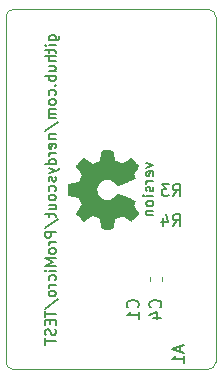
<source format=gbr>
%TF.GenerationSoftware,KiCad,Pcbnew,5.1.5+dfsg1-2~bpo10+1*%
%TF.CreationDate,Date%
%TF.ProjectId,ProMicro_TEST,50726f4d-6963-4726-9f5f-544553542e6b,v1.0*%
%TF.SameCoordinates,Original*%
%TF.FileFunction,Legend,Bot*%
%TF.FilePolarity,Positive*%
%FSLAX45Y45*%
G04 Gerber Fmt 4.5, Leading zero omitted, Abs format (unit mm)*
G04 Created by KiCad*
%MOMM*%
%LPD*%
G04 APERTURE LIST*
%ADD10C,0.100000*%
%ADD11C,0.200000*%
%ADD12C,0.010000*%
%ADD13C,0.120000*%
%ADD14C,0.150000*%
%ADD15O,1.600000X1.600000*%
%ADD16R,1.600000X1.600000*%
G04 APERTURE END LIST*
D10*
X127000Y2857500D02*
X127000Y-63500D01*
X-1651000Y-63500D02*
X-1651000Y2857500D01*
D11*
X-463786Y1624143D02*
X-403786Y1602714D01*
X-463786Y1581286D01*
X-408071Y1512714D02*
X-403786Y1521286D01*
X-403786Y1538429D01*
X-408071Y1547000D01*
X-416643Y1551286D01*
X-450929Y1551286D01*
X-459500Y1547000D01*
X-463786Y1538429D01*
X-463786Y1521286D01*
X-459500Y1512714D01*
X-450929Y1508429D01*
X-442357Y1508429D01*
X-433786Y1551286D01*
X-403786Y1469857D02*
X-463786Y1469857D01*
X-446643Y1469857D02*
X-455214Y1465571D01*
X-459500Y1461286D01*
X-463786Y1452714D01*
X-463786Y1444143D01*
X-408071Y1418429D02*
X-403786Y1409857D01*
X-403786Y1392714D01*
X-408071Y1384143D01*
X-416643Y1379857D01*
X-420929Y1379857D01*
X-429500Y1384143D01*
X-433786Y1392714D01*
X-433786Y1405571D01*
X-438071Y1414143D01*
X-446643Y1418429D01*
X-450929Y1418429D01*
X-459500Y1414143D01*
X-463786Y1405571D01*
X-463786Y1392714D01*
X-459500Y1384143D01*
X-403786Y1341286D02*
X-463786Y1341286D01*
X-493786Y1341286D02*
X-489500Y1345572D01*
X-485214Y1341286D01*
X-489500Y1337000D01*
X-493786Y1341286D01*
X-485214Y1341286D01*
X-403786Y1285572D02*
X-408071Y1294143D01*
X-412357Y1298429D01*
X-420929Y1302714D01*
X-446643Y1302714D01*
X-455214Y1298429D01*
X-459500Y1294143D01*
X-463786Y1285572D01*
X-463786Y1272714D01*
X-459500Y1264143D01*
X-455214Y1259857D01*
X-446643Y1255572D01*
X-420929Y1255572D01*
X-412357Y1259857D01*
X-408071Y1264143D01*
X-403786Y1272714D01*
X-403786Y1285572D01*
X-463786Y1217000D02*
X-403786Y1217000D01*
X-455214Y1217000D02*
X-459500Y1212714D01*
X-463786Y1204143D01*
X-463786Y1191286D01*
X-459500Y1182714D01*
X-450929Y1178429D01*
X-403786Y1178429D01*
X-1289286Y2659143D02*
X-1216429Y2659143D01*
X-1207857Y2663429D01*
X-1203572Y2667714D01*
X-1199286Y2676286D01*
X-1199286Y2689143D01*
X-1203572Y2697714D01*
X-1233572Y2659143D02*
X-1229286Y2667714D01*
X-1229286Y2684857D01*
X-1233572Y2693429D01*
X-1237857Y2697714D01*
X-1246429Y2702000D01*
X-1272143Y2702000D01*
X-1280714Y2697714D01*
X-1285000Y2693429D01*
X-1289286Y2684857D01*
X-1289286Y2667714D01*
X-1285000Y2659143D01*
X-1229286Y2616286D02*
X-1289286Y2616286D01*
X-1319286Y2616286D02*
X-1315000Y2620572D01*
X-1310714Y2616286D01*
X-1315000Y2612000D01*
X-1319286Y2616286D01*
X-1310714Y2616286D01*
X-1289286Y2586286D02*
X-1289286Y2552000D01*
X-1319286Y2573429D02*
X-1242143Y2573429D01*
X-1233572Y2569143D01*
X-1229286Y2560572D01*
X-1229286Y2552000D01*
X-1229286Y2522000D02*
X-1319286Y2522000D01*
X-1229286Y2483429D02*
X-1276429Y2483429D01*
X-1285000Y2487714D01*
X-1289286Y2496286D01*
X-1289286Y2509143D01*
X-1285000Y2517714D01*
X-1280714Y2522000D01*
X-1289286Y2402000D02*
X-1229286Y2402000D01*
X-1289286Y2440572D02*
X-1242143Y2440572D01*
X-1233572Y2436286D01*
X-1229286Y2427714D01*
X-1229286Y2414857D01*
X-1233572Y2406286D01*
X-1237857Y2402000D01*
X-1229286Y2359143D02*
X-1319286Y2359143D01*
X-1285000Y2359143D02*
X-1289286Y2350572D01*
X-1289286Y2333429D01*
X-1285000Y2324857D01*
X-1280714Y2320572D01*
X-1272143Y2316286D01*
X-1246429Y2316286D01*
X-1237857Y2320572D01*
X-1233572Y2324857D01*
X-1229286Y2333429D01*
X-1229286Y2350572D01*
X-1233572Y2359143D01*
X-1237857Y2277714D02*
X-1233572Y2273429D01*
X-1229286Y2277714D01*
X-1233572Y2282000D01*
X-1237857Y2277714D01*
X-1229286Y2277714D01*
X-1233572Y2196286D02*
X-1229286Y2204857D01*
X-1229286Y2222000D01*
X-1233572Y2230572D01*
X-1237857Y2234857D01*
X-1246429Y2239143D01*
X-1272143Y2239143D01*
X-1280714Y2234857D01*
X-1285000Y2230572D01*
X-1289286Y2222000D01*
X-1289286Y2204857D01*
X-1285000Y2196286D01*
X-1229286Y2144857D02*
X-1233572Y2153429D01*
X-1237857Y2157714D01*
X-1246429Y2162000D01*
X-1272143Y2162000D01*
X-1280714Y2157714D01*
X-1285000Y2153429D01*
X-1289286Y2144857D01*
X-1289286Y2132000D01*
X-1285000Y2123429D01*
X-1280714Y2119143D01*
X-1272143Y2114857D01*
X-1246429Y2114857D01*
X-1237857Y2119143D01*
X-1233572Y2123429D01*
X-1229286Y2132000D01*
X-1229286Y2144857D01*
X-1229286Y2076286D02*
X-1289286Y2076286D01*
X-1280714Y2076286D02*
X-1285000Y2072000D01*
X-1289286Y2063429D01*
X-1289286Y2050571D01*
X-1285000Y2042000D01*
X-1276429Y2037714D01*
X-1229286Y2037714D01*
X-1276429Y2037714D02*
X-1285000Y2033429D01*
X-1289286Y2024857D01*
X-1289286Y2012000D01*
X-1285000Y2003429D01*
X-1276429Y1999143D01*
X-1229286Y1999143D01*
X-1323572Y1892000D02*
X-1207857Y1969143D01*
X-1289286Y1862000D02*
X-1229286Y1862000D01*
X-1280714Y1862000D02*
X-1285000Y1857714D01*
X-1289286Y1849143D01*
X-1289286Y1836286D01*
X-1285000Y1827714D01*
X-1276429Y1823429D01*
X-1229286Y1823429D01*
X-1233572Y1746286D02*
X-1229286Y1754857D01*
X-1229286Y1772000D01*
X-1233572Y1780571D01*
X-1242143Y1784857D01*
X-1276429Y1784857D01*
X-1285000Y1780571D01*
X-1289286Y1772000D01*
X-1289286Y1754857D01*
X-1285000Y1746286D01*
X-1276429Y1742000D01*
X-1267857Y1742000D01*
X-1259286Y1784857D01*
X-1229286Y1703429D02*
X-1289286Y1703429D01*
X-1272143Y1703429D02*
X-1280714Y1699143D01*
X-1285000Y1694857D01*
X-1289286Y1686286D01*
X-1289286Y1677714D01*
X-1229286Y1609143D02*
X-1319286Y1609143D01*
X-1233572Y1609143D02*
X-1229286Y1617714D01*
X-1229286Y1634857D01*
X-1233572Y1643429D01*
X-1237857Y1647714D01*
X-1246429Y1652000D01*
X-1272143Y1652000D01*
X-1280714Y1647714D01*
X-1285000Y1643429D01*
X-1289286Y1634857D01*
X-1289286Y1617714D01*
X-1285000Y1609143D01*
X-1289286Y1574857D02*
X-1229286Y1553429D01*
X-1289286Y1532000D02*
X-1229286Y1553429D01*
X-1207857Y1562000D01*
X-1203572Y1566286D01*
X-1199286Y1574857D01*
X-1233572Y1502000D02*
X-1229286Y1493429D01*
X-1229286Y1476286D01*
X-1233572Y1467714D01*
X-1242143Y1463429D01*
X-1246429Y1463429D01*
X-1255000Y1467714D01*
X-1259286Y1476286D01*
X-1259286Y1489143D01*
X-1263572Y1497714D01*
X-1272143Y1502000D01*
X-1276429Y1502000D01*
X-1285000Y1497714D01*
X-1289286Y1489143D01*
X-1289286Y1476286D01*
X-1285000Y1467714D01*
X-1233572Y1386286D02*
X-1229286Y1394857D01*
X-1229286Y1412000D01*
X-1233572Y1420571D01*
X-1237857Y1424857D01*
X-1246429Y1429143D01*
X-1272143Y1429143D01*
X-1280714Y1424857D01*
X-1285000Y1420571D01*
X-1289286Y1412000D01*
X-1289286Y1394857D01*
X-1285000Y1386286D01*
X-1229286Y1334857D02*
X-1233572Y1343429D01*
X-1237857Y1347714D01*
X-1246429Y1352000D01*
X-1272143Y1352000D01*
X-1280714Y1347714D01*
X-1285000Y1343429D01*
X-1289286Y1334857D01*
X-1289286Y1322000D01*
X-1285000Y1313429D01*
X-1280714Y1309143D01*
X-1272143Y1304857D01*
X-1246429Y1304857D01*
X-1237857Y1309143D01*
X-1233572Y1313429D01*
X-1229286Y1322000D01*
X-1229286Y1334857D01*
X-1289286Y1227714D02*
X-1229286Y1227714D01*
X-1289286Y1266286D02*
X-1242143Y1266286D01*
X-1233572Y1262000D01*
X-1229286Y1253429D01*
X-1229286Y1240572D01*
X-1233572Y1232000D01*
X-1237857Y1227714D01*
X-1289286Y1197714D02*
X-1289286Y1163429D01*
X-1319286Y1184857D02*
X-1242143Y1184857D01*
X-1233572Y1180572D01*
X-1229286Y1172000D01*
X-1229286Y1163429D01*
X-1323572Y1069143D02*
X-1207857Y1146286D01*
X-1229286Y1039143D02*
X-1319286Y1039143D01*
X-1319286Y1004857D01*
X-1315000Y996286D01*
X-1310714Y992000D01*
X-1302143Y987714D01*
X-1289286Y987714D01*
X-1280714Y992000D01*
X-1276429Y996286D01*
X-1272143Y1004857D01*
X-1272143Y1039143D01*
X-1229286Y949143D02*
X-1289286Y949143D01*
X-1272143Y949143D02*
X-1280714Y944857D01*
X-1285000Y940571D01*
X-1289286Y932000D01*
X-1289286Y923429D01*
X-1229286Y880571D02*
X-1233572Y889143D01*
X-1237857Y893429D01*
X-1246429Y897714D01*
X-1272143Y897714D01*
X-1280714Y893429D01*
X-1285000Y889143D01*
X-1289286Y880571D01*
X-1289286Y867714D01*
X-1285000Y859143D01*
X-1280714Y854857D01*
X-1272143Y850571D01*
X-1246429Y850571D01*
X-1237857Y854857D01*
X-1233572Y859143D01*
X-1229286Y867714D01*
X-1229286Y880571D01*
X-1229286Y812000D02*
X-1319286Y812000D01*
X-1255000Y782000D01*
X-1319286Y752000D01*
X-1229286Y752000D01*
X-1229286Y709143D02*
X-1289286Y709143D01*
X-1319286Y709143D02*
X-1315000Y713429D01*
X-1310714Y709143D01*
X-1315000Y704857D01*
X-1319286Y709143D01*
X-1310714Y709143D01*
X-1233572Y627714D02*
X-1229286Y636286D01*
X-1229286Y653429D01*
X-1233572Y662000D01*
X-1237857Y666286D01*
X-1246429Y670572D01*
X-1272143Y670572D01*
X-1280714Y666286D01*
X-1285000Y662000D01*
X-1289286Y653429D01*
X-1289286Y636286D01*
X-1285000Y627714D01*
X-1229286Y589143D02*
X-1289286Y589143D01*
X-1272143Y589143D02*
X-1280714Y584857D01*
X-1285000Y580572D01*
X-1289286Y572000D01*
X-1289286Y563429D01*
X-1229286Y520571D02*
X-1233572Y529143D01*
X-1237857Y533429D01*
X-1246429Y537714D01*
X-1272143Y537714D01*
X-1280714Y533429D01*
X-1285000Y529143D01*
X-1289286Y520571D01*
X-1289286Y507714D01*
X-1285000Y499143D01*
X-1280714Y494857D01*
X-1272143Y490571D01*
X-1246429Y490571D01*
X-1237857Y494857D01*
X-1233572Y499143D01*
X-1229286Y507714D01*
X-1229286Y520571D01*
X-1323572Y387714D02*
X-1207857Y464857D01*
X-1319286Y370571D02*
X-1319286Y319143D01*
X-1229286Y344857D02*
X-1319286Y344857D01*
X-1276429Y289143D02*
X-1276429Y259143D01*
X-1229286Y246286D02*
X-1229286Y289143D01*
X-1319286Y289143D01*
X-1319286Y246286D01*
X-1233572Y212000D02*
X-1229286Y199143D01*
X-1229286Y177714D01*
X-1233572Y169143D01*
X-1237857Y164857D01*
X-1246429Y160572D01*
X-1255000Y160572D01*
X-1263572Y164857D01*
X-1267857Y169143D01*
X-1272143Y177714D01*
X-1276429Y194857D01*
X-1280714Y203429D01*
X-1285000Y207714D01*
X-1293572Y212000D01*
X-1302143Y212000D01*
X-1310714Y207714D01*
X-1315000Y203429D01*
X-1319286Y194857D01*
X-1319286Y173429D01*
X-1315000Y160572D01*
X-1319286Y134857D02*
X-1319286Y83429D01*
X-1229286Y109143D02*
X-1319286Y109143D01*
D10*
X-1587500Y-127000D02*
G75*
G02X-1651000Y-63500I0J63500D01*
G01*
X127000Y-63500D02*
G75*
G02X63500Y-127000I-63500J0D01*
G01*
X63500Y2921000D02*
G75*
G02X127000Y2857500I0J-63500D01*
G01*
X-1651000Y2857500D02*
G75*
G02X-1587500Y2921000I63500J0D01*
G01*
X63500Y-127000D02*
X-1587500Y-127000D01*
X-1587500Y2921000D02*
X63500Y2921000D01*
D12*
G36*
X-1078607Y1341419D02*
G01*
X-1034144Y1333037D01*
X-1021395Y1302108D01*
X-1008645Y1271179D01*
X-1033875Y1234075D01*
X-1040900Y1223684D01*
X-1047173Y1214291D01*
X-1052406Y1206335D01*
X-1056314Y1200253D01*
X-1058611Y1196484D01*
X-1059106Y1195458D01*
X-1057832Y1193609D01*
X-1054312Y1189658D01*
X-1048994Y1184048D01*
X-1042328Y1177221D01*
X-1034765Y1169621D01*
X-1026753Y1161691D01*
X-1018743Y1153873D01*
X-1011184Y1146609D01*
X-1004525Y1140344D01*
X-999218Y1135520D01*
X-995711Y1132579D01*
X-994538Y1131876D01*
X-992374Y1132888D01*
X-987634Y1135724D01*
X-980781Y1140087D01*
X-972278Y1145678D01*
X-962591Y1152199D01*
X-957065Y1155978D01*
X-946975Y1162866D01*
X-937870Y1168986D01*
X-930203Y1174042D01*
X-924427Y1177737D01*
X-920996Y1179774D01*
X-920275Y1180080D01*
X-918225Y1179386D01*
X-913449Y1177495D01*
X-906617Y1174691D01*
X-898401Y1171261D01*
X-889473Y1167489D01*
X-880504Y1163661D01*
X-872166Y1160063D01*
X-865131Y1156979D01*
X-860069Y1154696D01*
X-857653Y1153498D01*
X-857558Y1153428D01*
X-857096Y1151547D01*
X-856067Y1146538D01*
X-854571Y1138921D01*
X-852710Y1129214D01*
X-850584Y1117936D01*
X-849358Y1111356D01*
X-847064Y1099305D01*
X-844880Y1088420D01*
X-842928Y1079252D01*
X-841325Y1072352D01*
X-840192Y1068270D01*
X-839833Y1067449D01*
X-837399Y1066645D01*
X-831904Y1065997D01*
X-823989Y1065503D01*
X-814297Y1065164D01*
X-803471Y1064978D01*
X-792153Y1064946D01*
X-780986Y1065067D01*
X-770613Y1065341D01*
X-761676Y1065767D01*
X-754817Y1066345D01*
X-750680Y1067073D01*
X-749819Y1067511D01*
X-748787Y1070124D01*
X-747311Y1075661D01*
X-745565Y1083389D01*
X-743722Y1092577D01*
X-743126Y1095784D01*
X-740293Y1111248D01*
X-738012Y1123463D01*
X-736192Y1132833D01*
X-734742Y1139762D01*
X-733571Y1144653D01*
X-732588Y1147910D01*
X-731704Y1149937D01*
X-730828Y1151137D01*
X-730654Y1151305D01*
X-727863Y1152982D01*
X-722430Y1155539D01*
X-715022Y1158721D01*
X-706303Y1162274D01*
X-696939Y1165942D01*
X-687595Y1169469D01*
X-678935Y1172600D01*
X-671626Y1175081D01*
X-666332Y1176655D01*
X-663719Y1177067D01*
X-663627Y1177032D01*
X-661491Y1175636D01*
X-656792Y1172468D01*
X-650017Y1167861D01*
X-641658Y1162148D01*
X-632202Y1155663D01*
X-629515Y1153816D01*
X-619773Y1147230D01*
X-610884Y1141435D01*
X-603359Y1136746D01*
X-597708Y1133479D01*
X-594442Y1131950D01*
X-594041Y1131876D01*
X-591932Y1133161D01*
X-587754Y1136711D01*
X-581956Y1142071D01*
X-574987Y1148783D01*
X-567296Y1156391D01*
X-559332Y1164440D01*
X-551544Y1172471D01*
X-544381Y1180030D01*
X-538293Y1186660D01*
X-533728Y1191903D01*
X-531135Y1195305D01*
X-530712Y1196246D01*
X-531709Y1198436D01*
X-534398Y1202920D01*
X-538326Y1208968D01*
X-541488Y1213621D01*
X-547290Y1222053D01*
X-554122Y1232037D01*
X-560942Y1242053D01*
X-564593Y1247437D01*
X-576920Y1265663D01*
X-568648Y1280962D01*
X-565024Y1287932D01*
X-562207Y1293859D01*
X-560601Y1297869D01*
X-560377Y1298890D01*
X-562028Y1300117D01*
X-566692Y1302539D01*
X-573939Y1305974D01*
X-583339Y1310241D01*
X-594463Y1315161D01*
X-606879Y1320551D01*
X-620157Y1326232D01*
X-633867Y1332022D01*
X-647580Y1337741D01*
X-660864Y1343208D01*
X-673290Y1348242D01*
X-684428Y1352662D01*
X-693846Y1356288D01*
X-701116Y1358939D01*
X-705806Y1360434D01*
X-707417Y1360675D01*
X-709471Y1358769D01*
X-712807Y1354596D01*
X-716730Y1349029D01*
X-717040Y1348562D01*
X-728558Y1334174D01*
X-741995Y1322572D01*
X-756922Y1313857D01*
X-772909Y1308130D01*
X-789526Y1305491D01*
X-806345Y1306042D01*
X-822934Y1309881D01*
X-838866Y1317111D01*
X-842351Y1319237D01*
X-856426Y1330300D01*
X-867729Y1343370D01*
X-876200Y1357994D01*
X-881781Y1373719D01*
X-884413Y1390094D01*
X-884037Y1406667D01*
X-880595Y1422984D01*
X-874028Y1438593D01*
X-864276Y1453043D01*
X-860319Y1457513D01*
X-847930Y1468889D01*
X-834888Y1477178D01*
X-820268Y1482864D01*
X-805791Y1486031D01*
X-789514Y1486813D01*
X-773156Y1484206D01*
X-757270Y1478475D01*
X-742409Y1469886D01*
X-729126Y1458701D01*
X-717974Y1445188D01*
X-716799Y1443412D01*
X-712949Y1437785D01*
X-709614Y1433508D01*
X-707484Y1431463D01*
X-707417Y1431433D01*
X-705113Y1431872D01*
X-699884Y1433612D01*
X-692161Y1436473D01*
X-682373Y1440273D01*
X-670951Y1444833D01*
X-658324Y1449970D01*
X-644923Y1455504D01*
X-631178Y1461254D01*
X-617519Y1467040D01*
X-604376Y1472680D01*
X-592180Y1477994D01*
X-581359Y1482801D01*
X-572345Y1486920D01*
X-565568Y1490170D01*
X-561457Y1492370D01*
X-560377Y1493256D01*
X-561218Y1495964D01*
X-563473Y1501030D01*
X-566739Y1507582D01*
X-568648Y1511184D01*
X-576920Y1526483D01*
X-564593Y1544709D01*
X-558277Y1554012D01*
X-551327Y1564198D01*
X-544784Y1573744D01*
X-541488Y1578525D01*
X-536973Y1585249D01*
X-533394Y1590944D01*
X-531206Y1594865D01*
X-530744Y1596138D01*
X-531992Y1597992D01*
X-535475Y1602094D01*
X-540832Y1608047D01*
X-547702Y1615454D01*
X-555722Y1623916D01*
X-560871Y1629268D01*
X-570071Y1638632D01*
X-578300Y1646724D01*
X-585206Y1653218D01*
X-590436Y1657786D01*
X-593638Y1660101D01*
X-594288Y1660323D01*
X-596761Y1659292D01*
X-601760Y1656444D01*
X-608779Y1652094D01*
X-617313Y1646558D01*
X-626854Y1640152D01*
X-629515Y1638330D01*
X-639183Y1631693D01*
X-647888Y1625738D01*
X-655141Y1620798D01*
X-660451Y1617207D01*
X-663330Y1615298D01*
X-663627Y1615114D01*
X-665922Y1615389D01*
X-670966Y1616854D01*
X-678096Y1619251D01*
X-686645Y1622327D01*
X-695949Y1625824D01*
X-705343Y1629489D01*
X-714160Y1633066D01*
X-721737Y1636299D01*
X-727407Y1638934D01*
X-730506Y1640714D01*
X-730654Y1640841D01*
X-731540Y1641929D01*
X-732416Y1643768D01*
X-733372Y1646761D01*
X-734500Y1651310D01*
X-735891Y1657821D01*
X-737634Y1666696D01*
X-739820Y1678339D01*
X-742541Y1693154D01*
X-743126Y1696362D01*
X-744963Y1705869D01*
X-746759Y1714156D01*
X-748343Y1720493D01*
X-749540Y1724146D01*
X-749819Y1724636D01*
X-752293Y1725443D01*
X-757821Y1726099D01*
X-765761Y1726603D01*
X-775470Y1726956D01*
X-786306Y1727156D01*
X-797626Y1727204D01*
X-808787Y1727098D01*
X-819147Y1726838D01*
X-828063Y1726425D01*
X-834893Y1725856D01*
X-838993Y1725133D01*
X-839833Y1724697D01*
X-840679Y1722270D01*
X-842056Y1716743D01*
X-843845Y1708666D01*
X-845925Y1698591D01*
X-848178Y1687068D01*
X-849358Y1680790D01*
X-851585Y1668879D01*
X-853602Y1658256D01*
X-855308Y1649443D01*
X-856603Y1642957D01*
X-857384Y1639317D01*
X-857558Y1638718D01*
X-859511Y1637706D01*
X-864216Y1635566D01*
X-871000Y1632584D01*
X-879191Y1629044D01*
X-888117Y1625233D01*
X-897106Y1621435D01*
X-905486Y1617936D01*
X-912585Y1615021D01*
X-917731Y1612974D01*
X-920250Y1612082D01*
X-920360Y1612066D01*
X-922348Y1613077D01*
X-926922Y1615912D01*
X-933628Y1620272D01*
X-942012Y1625861D01*
X-951617Y1632379D01*
X-957135Y1636168D01*
X-967252Y1643072D01*
X-976437Y1649205D01*
X-984226Y1654266D01*
X-990153Y1657957D01*
X-993755Y1659978D01*
X-994562Y1660270D01*
X-996442Y1659015D01*
X-1000454Y1655546D01*
X-1006151Y1650306D01*
X-1013081Y1643738D01*
X-1020797Y1636286D01*
X-1028847Y1628391D01*
X-1036784Y1620498D01*
X-1044156Y1613050D01*
X-1050515Y1606489D01*
X-1055411Y1601260D01*
X-1058394Y1597804D01*
X-1059106Y1596648D01*
X-1058105Y1594765D01*
X-1055292Y1590263D01*
X-1050955Y1583579D01*
X-1045378Y1575150D01*
X-1038849Y1565414D01*
X-1033875Y1558071D01*
X-1008645Y1520967D01*
X-1034144Y1459109D01*
X-1078607Y1450727D01*
X-1123069Y1442345D01*
X-1123069Y1349801D01*
X-1078607Y1341419D01*
G37*
X-1078607Y1341419D02*
X-1034144Y1333037D01*
X-1021395Y1302108D01*
X-1008645Y1271179D01*
X-1033875Y1234075D01*
X-1040900Y1223684D01*
X-1047173Y1214291D01*
X-1052406Y1206335D01*
X-1056314Y1200253D01*
X-1058611Y1196484D01*
X-1059106Y1195458D01*
X-1057832Y1193609D01*
X-1054312Y1189658D01*
X-1048994Y1184048D01*
X-1042328Y1177221D01*
X-1034765Y1169621D01*
X-1026753Y1161691D01*
X-1018743Y1153873D01*
X-1011184Y1146609D01*
X-1004525Y1140344D01*
X-999218Y1135520D01*
X-995711Y1132579D01*
X-994538Y1131876D01*
X-992374Y1132888D01*
X-987634Y1135724D01*
X-980781Y1140087D01*
X-972278Y1145678D01*
X-962591Y1152199D01*
X-957065Y1155978D01*
X-946975Y1162866D01*
X-937870Y1168986D01*
X-930203Y1174042D01*
X-924427Y1177737D01*
X-920996Y1179774D01*
X-920275Y1180080D01*
X-918225Y1179386D01*
X-913449Y1177495D01*
X-906617Y1174691D01*
X-898401Y1171261D01*
X-889473Y1167489D01*
X-880504Y1163661D01*
X-872166Y1160063D01*
X-865131Y1156979D01*
X-860069Y1154696D01*
X-857653Y1153498D01*
X-857558Y1153428D01*
X-857096Y1151547D01*
X-856067Y1146538D01*
X-854571Y1138921D01*
X-852710Y1129214D01*
X-850584Y1117936D01*
X-849358Y1111356D01*
X-847064Y1099305D01*
X-844880Y1088420D01*
X-842928Y1079252D01*
X-841325Y1072352D01*
X-840192Y1068270D01*
X-839833Y1067449D01*
X-837399Y1066645D01*
X-831904Y1065997D01*
X-823989Y1065503D01*
X-814297Y1065164D01*
X-803471Y1064978D01*
X-792153Y1064946D01*
X-780986Y1065067D01*
X-770613Y1065341D01*
X-761676Y1065767D01*
X-754817Y1066345D01*
X-750680Y1067073D01*
X-749819Y1067511D01*
X-748787Y1070124D01*
X-747311Y1075661D01*
X-745565Y1083389D01*
X-743722Y1092577D01*
X-743126Y1095784D01*
X-740293Y1111248D01*
X-738012Y1123463D01*
X-736192Y1132833D01*
X-734742Y1139762D01*
X-733571Y1144653D01*
X-732588Y1147910D01*
X-731704Y1149937D01*
X-730828Y1151137D01*
X-730654Y1151305D01*
X-727863Y1152982D01*
X-722430Y1155539D01*
X-715022Y1158721D01*
X-706303Y1162274D01*
X-696939Y1165942D01*
X-687595Y1169469D01*
X-678935Y1172600D01*
X-671626Y1175081D01*
X-666332Y1176655D01*
X-663719Y1177067D01*
X-663627Y1177032D01*
X-661491Y1175636D01*
X-656792Y1172468D01*
X-650017Y1167861D01*
X-641658Y1162148D01*
X-632202Y1155663D01*
X-629515Y1153816D01*
X-619773Y1147230D01*
X-610884Y1141435D01*
X-603359Y1136746D01*
X-597708Y1133479D01*
X-594442Y1131950D01*
X-594041Y1131876D01*
X-591932Y1133161D01*
X-587754Y1136711D01*
X-581956Y1142071D01*
X-574987Y1148783D01*
X-567296Y1156391D01*
X-559332Y1164440D01*
X-551544Y1172471D01*
X-544381Y1180030D01*
X-538293Y1186660D01*
X-533728Y1191903D01*
X-531135Y1195305D01*
X-530712Y1196246D01*
X-531709Y1198436D01*
X-534398Y1202920D01*
X-538326Y1208968D01*
X-541488Y1213621D01*
X-547290Y1222053D01*
X-554122Y1232037D01*
X-560942Y1242053D01*
X-564593Y1247437D01*
X-576920Y1265663D01*
X-568648Y1280962D01*
X-565024Y1287932D01*
X-562207Y1293859D01*
X-560601Y1297869D01*
X-560377Y1298890D01*
X-562028Y1300117D01*
X-566692Y1302539D01*
X-573939Y1305974D01*
X-583339Y1310241D01*
X-594463Y1315161D01*
X-606879Y1320551D01*
X-620157Y1326232D01*
X-633867Y1332022D01*
X-647580Y1337741D01*
X-660864Y1343208D01*
X-673290Y1348242D01*
X-684428Y1352662D01*
X-693846Y1356288D01*
X-701116Y1358939D01*
X-705806Y1360434D01*
X-707417Y1360675D01*
X-709471Y1358769D01*
X-712807Y1354596D01*
X-716730Y1349029D01*
X-717040Y1348562D01*
X-728558Y1334174D01*
X-741995Y1322572D01*
X-756922Y1313857D01*
X-772909Y1308130D01*
X-789526Y1305491D01*
X-806345Y1306042D01*
X-822934Y1309881D01*
X-838866Y1317111D01*
X-842351Y1319237D01*
X-856426Y1330300D01*
X-867729Y1343370D01*
X-876200Y1357994D01*
X-881781Y1373719D01*
X-884413Y1390094D01*
X-884037Y1406667D01*
X-880595Y1422984D01*
X-874028Y1438593D01*
X-864276Y1453043D01*
X-860319Y1457513D01*
X-847930Y1468889D01*
X-834888Y1477178D01*
X-820268Y1482864D01*
X-805791Y1486031D01*
X-789514Y1486813D01*
X-773156Y1484206D01*
X-757270Y1478475D01*
X-742409Y1469886D01*
X-729126Y1458701D01*
X-717974Y1445188D01*
X-716799Y1443412D01*
X-712949Y1437785D01*
X-709614Y1433508D01*
X-707484Y1431463D01*
X-707417Y1431433D01*
X-705113Y1431872D01*
X-699884Y1433612D01*
X-692161Y1436473D01*
X-682373Y1440273D01*
X-670951Y1444833D01*
X-658324Y1449970D01*
X-644923Y1455504D01*
X-631178Y1461254D01*
X-617519Y1467040D01*
X-604376Y1472680D01*
X-592180Y1477994D01*
X-581359Y1482801D01*
X-572345Y1486920D01*
X-565568Y1490170D01*
X-561457Y1492370D01*
X-560377Y1493256D01*
X-561218Y1495964D01*
X-563473Y1501030D01*
X-566739Y1507582D01*
X-568648Y1511184D01*
X-576920Y1526483D01*
X-564593Y1544709D01*
X-558277Y1554012D01*
X-551327Y1564198D01*
X-544784Y1573744D01*
X-541488Y1578525D01*
X-536973Y1585249D01*
X-533394Y1590944D01*
X-531206Y1594865D01*
X-530744Y1596138D01*
X-531992Y1597992D01*
X-535475Y1602094D01*
X-540832Y1608047D01*
X-547702Y1615454D01*
X-555722Y1623916D01*
X-560871Y1629268D01*
X-570071Y1638632D01*
X-578300Y1646724D01*
X-585206Y1653218D01*
X-590436Y1657786D01*
X-593638Y1660101D01*
X-594288Y1660323D01*
X-596761Y1659292D01*
X-601760Y1656444D01*
X-608779Y1652094D01*
X-617313Y1646558D01*
X-626854Y1640152D01*
X-629515Y1638330D01*
X-639183Y1631693D01*
X-647888Y1625738D01*
X-655141Y1620798D01*
X-660451Y1617207D01*
X-663330Y1615298D01*
X-663627Y1615114D01*
X-665922Y1615389D01*
X-670966Y1616854D01*
X-678096Y1619251D01*
X-686645Y1622327D01*
X-695949Y1625824D01*
X-705343Y1629489D01*
X-714160Y1633066D01*
X-721737Y1636299D01*
X-727407Y1638934D01*
X-730506Y1640714D01*
X-730654Y1640841D01*
X-731540Y1641929D01*
X-732416Y1643768D01*
X-733372Y1646761D01*
X-734500Y1651310D01*
X-735891Y1657821D01*
X-737634Y1666696D01*
X-739820Y1678339D01*
X-742541Y1693154D01*
X-743126Y1696362D01*
X-744963Y1705869D01*
X-746759Y1714156D01*
X-748343Y1720493D01*
X-749540Y1724146D01*
X-749819Y1724636D01*
X-752293Y1725443D01*
X-757821Y1726099D01*
X-765761Y1726603D01*
X-775470Y1726956D01*
X-786306Y1727156D01*
X-797626Y1727204D01*
X-808787Y1727098D01*
X-819147Y1726838D01*
X-828063Y1726425D01*
X-834893Y1725856D01*
X-838993Y1725133D01*
X-839833Y1724697D01*
X-840679Y1722270D01*
X-842056Y1716743D01*
X-843845Y1708666D01*
X-845925Y1698591D01*
X-848178Y1687068D01*
X-849358Y1680790D01*
X-851585Y1668879D01*
X-853602Y1658256D01*
X-855308Y1649443D01*
X-856603Y1642957D01*
X-857384Y1639317D01*
X-857558Y1638718D01*
X-859511Y1637706D01*
X-864216Y1635566D01*
X-871000Y1632584D01*
X-879191Y1629044D01*
X-888117Y1625233D01*
X-897106Y1621435D01*
X-905486Y1617936D01*
X-912585Y1615021D01*
X-917731Y1612974D01*
X-920250Y1612082D01*
X-920360Y1612066D01*
X-922348Y1613077D01*
X-926922Y1615912D01*
X-933628Y1620272D01*
X-942012Y1625861D01*
X-951617Y1632379D01*
X-957135Y1636168D01*
X-967252Y1643072D01*
X-976437Y1649205D01*
X-984226Y1654266D01*
X-990153Y1657957D01*
X-993755Y1659978D01*
X-994562Y1660270D01*
X-996442Y1659015D01*
X-1000454Y1655546D01*
X-1006151Y1650306D01*
X-1013081Y1643738D01*
X-1020797Y1636286D01*
X-1028847Y1628391D01*
X-1036784Y1620498D01*
X-1044156Y1613050D01*
X-1050515Y1606489D01*
X-1055411Y1601260D01*
X-1058394Y1597804D01*
X-1059106Y1596648D01*
X-1058105Y1594765D01*
X-1055292Y1590263D01*
X-1050955Y1583579D01*
X-1045378Y1575150D01*
X-1038849Y1565414D01*
X-1033875Y1558071D01*
X-1008645Y1520967D01*
X-1034144Y1459109D01*
X-1078607Y1450727D01*
X-1123069Y1442345D01*
X-1123069Y1349801D01*
X-1078607Y1341419D01*
D13*
X-330000Y651278D02*
X-330000Y618722D01*
X-432000Y651278D02*
X-432000Y618722D01*
D14*
X-173833Y71429D02*
X-173833Y23810D01*
X-145262Y80952D02*
X-245262Y47619D01*
X-145262Y14286D01*
X-145262Y-71429D02*
X-145262Y-14286D01*
X-145262Y-42857D02*
X-245262Y-42857D01*
X-230976Y-33333D01*
X-221452Y-23809D01*
X-216690Y-14286D01*
X-237333Y1087762D02*
X-204000Y1135381D01*
X-180190Y1087762D02*
X-180190Y1187762D01*
X-218286Y1187762D01*
X-227810Y1183000D01*
X-232571Y1178238D01*
X-237333Y1168714D01*
X-237333Y1154429D01*
X-232571Y1144905D01*
X-227810Y1140143D01*
X-218286Y1135381D01*
X-180190Y1135381D01*
X-323048Y1154429D02*
X-323048Y1087762D01*
X-299238Y1192524D02*
X-275429Y1121095D01*
X-337333Y1121095D01*
X-237333Y1341762D02*
X-204000Y1389381D01*
X-180190Y1341762D02*
X-180190Y1441762D01*
X-218286Y1441762D01*
X-227810Y1437000D01*
X-232571Y1432238D01*
X-237333Y1422714D01*
X-237333Y1408429D01*
X-232571Y1398905D01*
X-227810Y1394143D01*
X-218286Y1389381D01*
X-180190Y1389381D01*
X-270667Y1441762D02*
X-332572Y1441762D01*
X-299238Y1403667D01*
X-313524Y1403667D01*
X-323048Y1398905D01*
X-327810Y1394143D01*
X-332572Y1384619D01*
X-332572Y1360810D01*
X-327810Y1351286D01*
X-323048Y1346524D01*
X-313524Y1341762D01*
X-284952Y1341762D01*
X-275429Y1346524D01*
X-270667Y1351286D01*
X-345286Y397667D02*
X-340524Y402429D01*
X-335762Y416714D01*
X-335762Y426238D01*
X-340524Y440524D01*
X-350048Y450048D01*
X-359571Y454810D01*
X-378619Y459571D01*
X-392905Y459571D01*
X-411952Y454810D01*
X-421476Y450048D01*
X-431000Y440524D01*
X-435762Y426238D01*
X-435762Y416714D01*
X-431000Y402429D01*
X-426238Y397667D01*
X-402429Y311952D02*
X-335762Y311952D01*
X-440524Y335762D02*
X-369095Y359571D01*
X-369095Y297667D01*
X-535786Y397667D02*
X-531024Y402429D01*
X-526262Y416714D01*
X-526262Y426238D01*
X-531024Y440524D01*
X-540548Y450048D01*
X-550072Y454810D01*
X-569119Y459571D01*
X-583405Y459571D01*
X-602452Y454810D01*
X-611976Y450048D01*
X-621500Y440524D01*
X-626262Y426238D01*
X-626262Y416714D01*
X-621500Y402429D01*
X-616738Y397667D01*
X-526262Y302429D02*
X-526262Y359571D01*
X-526262Y331000D02*
X-626262Y331000D01*
X-611976Y340524D01*
X-602452Y350048D01*
X-597691Y359571D01*
%LPC*%
D15*
X-1524000Y0D03*
X-1524000Y254000D03*
X-1524000Y508000D03*
X0Y2794000D03*
X-1524000Y762000D03*
X0Y2540000D03*
X-1524000Y1016000D03*
X0Y2286000D03*
X-1524000Y1270000D03*
X0Y2032000D03*
X-1524000Y1524000D03*
X0Y1778000D03*
X-1524000Y1778000D03*
X0Y1524000D03*
X-1524000Y2032000D03*
X0Y1270000D03*
X-1524000Y2286000D03*
X0Y1016000D03*
X-1524000Y2540000D03*
X0Y762000D03*
X-1524000Y2794000D03*
X0Y508000D03*
X0Y254000D03*
D16*
X0Y0D03*
D14*
G36*
X-286304Y1047929D02*
G01*
X-284872Y1047717D01*
X-283468Y1047365D01*
X-282105Y1046877D01*
X-280797Y1046258D01*
X-279555Y1045514D01*
X-278393Y1044652D01*
X-277320Y1043680D01*
X-276348Y1042607D01*
X-275486Y1041445D01*
X-274742Y1040203D01*
X-274123Y1038895D01*
X-273635Y1037532D01*
X-273283Y1036128D01*
X-273071Y1034696D01*
X-273000Y1033250D01*
X-273000Y998750D01*
X-273071Y997304D01*
X-273283Y995872D01*
X-273635Y994468D01*
X-274123Y993105D01*
X-274742Y991797D01*
X-275486Y990555D01*
X-276348Y989393D01*
X-277320Y988320D01*
X-278393Y987348D01*
X-279555Y986486D01*
X-280797Y985742D01*
X-282105Y985123D01*
X-283468Y984635D01*
X-284872Y984283D01*
X-286304Y984071D01*
X-287750Y984000D01*
X-317250Y984000D01*
X-318696Y984071D01*
X-320128Y984283D01*
X-321532Y984635D01*
X-322895Y985123D01*
X-324203Y985742D01*
X-325445Y986486D01*
X-326607Y987348D01*
X-327680Y988320D01*
X-328652Y989393D01*
X-329514Y990555D01*
X-330258Y991797D01*
X-330877Y993105D01*
X-331365Y994468D01*
X-331717Y995872D01*
X-331929Y997304D01*
X-332000Y998750D01*
X-332000Y1033250D01*
X-331929Y1034696D01*
X-331717Y1036128D01*
X-331365Y1037532D01*
X-330877Y1038895D01*
X-330258Y1040203D01*
X-329514Y1041445D01*
X-328652Y1042607D01*
X-327680Y1043680D01*
X-326607Y1044652D01*
X-325445Y1045514D01*
X-324203Y1046258D01*
X-322895Y1046877D01*
X-321532Y1047365D01*
X-320128Y1047717D01*
X-318696Y1047929D01*
X-317250Y1048000D01*
X-287750Y1048000D01*
X-286304Y1047929D01*
G37*
G36*
X-189304Y1047929D02*
G01*
X-187872Y1047717D01*
X-186468Y1047365D01*
X-185105Y1046877D01*
X-183797Y1046258D01*
X-182555Y1045514D01*
X-181393Y1044652D01*
X-180320Y1043680D01*
X-179348Y1042607D01*
X-178486Y1041445D01*
X-177742Y1040203D01*
X-177123Y1038895D01*
X-176635Y1037532D01*
X-176283Y1036128D01*
X-176071Y1034696D01*
X-176000Y1033250D01*
X-176000Y998750D01*
X-176071Y997304D01*
X-176283Y995872D01*
X-176635Y994468D01*
X-177123Y993105D01*
X-177742Y991797D01*
X-178486Y990555D01*
X-179348Y989393D01*
X-180320Y988320D01*
X-181393Y987348D01*
X-182555Y986486D01*
X-183797Y985742D01*
X-185105Y985123D01*
X-186468Y984635D01*
X-187872Y984283D01*
X-189304Y984071D01*
X-190750Y984000D01*
X-220250Y984000D01*
X-221696Y984071D01*
X-223128Y984283D01*
X-224532Y984635D01*
X-225895Y985123D01*
X-227203Y985742D01*
X-228445Y986486D01*
X-229607Y987348D01*
X-230680Y988320D01*
X-231652Y989393D01*
X-232514Y990555D01*
X-233258Y991797D01*
X-233877Y993105D01*
X-234365Y994468D01*
X-234717Y995872D01*
X-234929Y997304D01*
X-235000Y998750D01*
X-235000Y1033250D01*
X-234929Y1034696D01*
X-234717Y1036128D01*
X-234365Y1037532D01*
X-233877Y1038895D01*
X-233258Y1040203D01*
X-232514Y1041445D01*
X-231652Y1042607D01*
X-230680Y1043680D01*
X-229607Y1044652D01*
X-228445Y1045514D01*
X-227203Y1046258D01*
X-225895Y1046877D01*
X-224532Y1047365D01*
X-223128Y1047717D01*
X-221696Y1047929D01*
X-220250Y1048000D01*
X-190750Y1048000D01*
X-189304Y1047929D01*
G37*
G36*
X-286304Y1301929D02*
G01*
X-284872Y1301717D01*
X-283468Y1301365D01*
X-282105Y1300877D01*
X-280797Y1300258D01*
X-279555Y1299514D01*
X-278393Y1298652D01*
X-277320Y1297680D01*
X-276348Y1296607D01*
X-275486Y1295445D01*
X-274742Y1294203D01*
X-274123Y1292895D01*
X-273635Y1291532D01*
X-273283Y1290128D01*
X-273071Y1288696D01*
X-273000Y1287250D01*
X-273000Y1252750D01*
X-273071Y1251304D01*
X-273283Y1249872D01*
X-273635Y1248468D01*
X-274123Y1247105D01*
X-274742Y1245797D01*
X-275486Y1244555D01*
X-276348Y1243393D01*
X-277320Y1242320D01*
X-278393Y1241348D01*
X-279555Y1240486D01*
X-280797Y1239742D01*
X-282105Y1239123D01*
X-283468Y1238635D01*
X-284872Y1238283D01*
X-286304Y1238071D01*
X-287750Y1238000D01*
X-317250Y1238000D01*
X-318696Y1238071D01*
X-320128Y1238283D01*
X-321532Y1238635D01*
X-322895Y1239123D01*
X-324203Y1239742D01*
X-325445Y1240486D01*
X-326607Y1241348D01*
X-327680Y1242320D01*
X-328652Y1243393D01*
X-329514Y1244555D01*
X-330258Y1245797D01*
X-330877Y1247105D01*
X-331365Y1248468D01*
X-331717Y1249872D01*
X-331929Y1251304D01*
X-332000Y1252750D01*
X-332000Y1287250D01*
X-331929Y1288696D01*
X-331717Y1290128D01*
X-331365Y1291532D01*
X-330877Y1292895D01*
X-330258Y1294203D01*
X-329514Y1295445D01*
X-328652Y1296607D01*
X-327680Y1297680D01*
X-326607Y1298652D01*
X-325445Y1299514D01*
X-324203Y1300258D01*
X-322895Y1300877D01*
X-321532Y1301365D01*
X-320128Y1301717D01*
X-318696Y1301929D01*
X-317250Y1302000D01*
X-287750Y1302000D01*
X-286304Y1301929D01*
G37*
G36*
X-189304Y1301929D02*
G01*
X-187872Y1301717D01*
X-186468Y1301365D01*
X-185105Y1300877D01*
X-183797Y1300258D01*
X-182555Y1299514D01*
X-181393Y1298652D01*
X-180320Y1297680D01*
X-179348Y1296607D01*
X-178486Y1295445D01*
X-177742Y1294203D01*
X-177123Y1292895D01*
X-176635Y1291532D01*
X-176283Y1290128D01*
X-176071Y1288696D01*
X-176000Y1287250D01*
X-176000Y1252750D01*
X-176071Y1251304D01*
X-176283Y1249872D01*
X-176635Y1248468D01*
X-177123Y1247105D01*
X-177742Y1245797D01*
X-178486Y1244555D01*
X-179348Y1243393D01*
X-180320Y1242320D01*
X-181393Y1241348D01*
X-182555Y1240486D01*
X-183797Y1239742D01*
X-185105Y1239123D01*
X-186468Y1238635D01*
X-187872Y1238283D01*
X-189304Y1238071D01*
X-190750Y1238000D01*
X-220250Y1238000D01*
X-221696Y1238071D01*
X-223128Y1238283D01*
X-224532Y1238635D01*
X-225895Y1239123D01*
X-227203Y1239742D01*
X-228445Y1240486D01*
X-229607Y1241348D01*
X-230680Y1242320D01*
X-231652Y1243393D01*
X-232514Y1244555D01*
X-233258Y1245797D01*
X-233877Y1247105D01*
X-234365Y1248468D01*
X-234717Y1249872D01*
X-234929Y1251304D01*
X-235000Y1252750D01*
X-235000Y1287250D01*
X-234929Y1288696D01*
X-234717Y1290128D01*
X-234365Y1291532D01*
X-233877Y1292895D01*
X-233258Y1294203D01*
X-232514Y1295445D01*
X-231652Y1296607D01*
X-230680Y1297680D01*
X-229607Y1298652D01*
X-228445Y1299514D01*
X-227203Y1300258D01*
X-225895Y1300877D01*
X-224532Y1301365D01*
X-223128Y1301717D01*
X-221696Y1301929D01*
X-220250Y1302000D01*
X-190750Y1302000D01*
X-189304Y1301929D01*
G37*
G36*
X-353231Y599895D02*
G01*
X-351107Y599580D01*
X-349025Y599058D01*
X-347004Y598335D01*
X-345063Y597417D01*
X-343222Y596313D01*
X-341498Y595035D01*
X-339907Y593593D01*
X-338465Y592002D01*
X-337187Y590278D01*
X-336083Y588437D01*
X-335165Y586496D01*
X-334442Y584475D01*
X-333920Y582393D01*
X-333605Y580269D01*
X-333500Y578125D01*
X-333500Y534375D01*
X-333605Y532231D01*
X-333920Y530107D01*
X-334442Y528025D01*
X-335165Y526004D01*
X-336083Y524063D01*
X-337187Y522222D01*
X-338465Y520498D01*
X-339907Y518907D01*
X-341498Y517465D01*
X-343222Y516187D01*
X-345063Y515083D01*
X-347004Y514165D01*
X-349025Y513442D01*
X-351107Y512920D01*
X-353231Y512605D01*
X-355375Y512500D01*
X-406625Y512500D01*
X-408769Y512605D01*
X-410893Y512920D01*
X-412975Y513442D01*
X-414996Y514165D01*
X-416937Y515083D01*
X-418778Y516187D01*
X-420502Y517465D01*
X-422093Y518907D01*
X-423535Y520498D01*
X-424813Y522222D01*
X-425917Y524063D01*
X-426835Y526004D01*
X-427558Y528025D01*
X-428080Y530107D01*
X-428395Y532231D01*
X-428500Y534375D01*
X-428500Y578125D01*
X-428395Y580269D01*
X-428080Y582393D01*
X-427558Y584475D01*
X-426835Y586496D01*
X-425917Y588437D01*
X-424813Y590278D01*
X-423535Y592002D01*
X-422093Y593593D01*
X-420502Y595035D01*
X-418778Y596313D01*
X-416937Y597417D01*
X-414996Y598335D01*
X-412975Y599058D01*
X-410893Y599580D01*
X-408769Y599895D01*
X-406625Y600000D01*
X-355375Y600000D01*
X-353231Y599895D01*
G37*
G36*
X-353231Y757395D02*
G01*
X-351107Y757080D01*
X-349025Y756558D01*
X-347004Y755835D01*
X-345063Y754917D01*
X-343222Y753813D01*
X-341498Y752535D01*
X-339907Y751093D01*
X-338465Y749502D01*
X-337187Y747778D01*
X-336083Y745937D01*
X-335165Y743996D01*
X-334442Y741975D01*
X-333920Y739893D01*
X-333605Y737769D01*
X-333500Y735625D01*
X-333500Y691875D01*
X-333605Y689731D01*
X-333920Y687607D01*
X-334442Y685525D01*
X-335165Y683504D01*
X-336083Y681563D01*
X-337187Y679722D01*
X-338465Y677998D01*
X-339907Y676407D01*
X-341498Y674965D01*
X-343222Y673687D01*
X-345063Y672583D01*
X-347004Y671665D01*
X-349025Y670942D01*
X-351107Y670420D01*
X-353231Y670105D01*
X-355375Y670000D01*
X-406625Y670000D01*
X-408769Y670105D01*
X-410893Y670420D01*
X-412975Y670942D01*
X-414996Y671665D01*
X-416937Y672583D01*
X-418778Y673687D01*
X-420502Y674965D01*
X-422093Y676407D01*
X-423535Y677998D01*
X-424813Y679722D01*
X-425917Y681563D01*
X-426835Y683504D01*
X-427558Y685525D01*
X-428080Y687607D01*
X-428395Y689731D01*
X-428500Y691875D01*
X-428500Y735625D01*
X-428395Y737769D01*
X-428080Y739893D01*
X-427558Y741975D01*
X-426835Y743996D01*
X-425917Y745937D01*
X-424813Y747778D01*
X-423535Y749502D01*
X-422093Y751093D01*
X-420502Y752535D01*
X-418778Y753813D01*
X-416937Y754917D01*
X-414996Y755835D01*
X-412975Y756558D01*
X-410893Y757080D01*
X-408769Y757395D01*
X-406625Y757500D01*
X-355375Y757500D01*
X-353231Y757395D01*
G37*
G36*
X-552804Y615929D02*
G01*
X-551372Y615717D01*
X-549968Y615365D01*
X-548605Y614877D01*
X-547297Y614258D01*
X-546055Y613514D01*
X-544893Y612652D01*
X-543820Y611680D01*
X-542848Y610607D01*
X-541986Y609445D01*
X-541242Y608203D01*
X-540623Y606895D01*
X-540135Y605532D01*
X-539783Y604128D01*
X-539571Y602696D01*
X-539500Y601250D01*
X-539500Y571750D01*
X-539571Y570304D01*
X-539783Y568872D01*
X-540135Y567468D01*
X-540623Y566105D01*
X-541242Y564797D01*
X-541986Y563555D01*
X-542848Y562393D01*
X-543820Y561320D01*
X-544893Y560348D01*
X-546055Y559486D01*
X-547297Y558742D01*
X-548605Y558123D01*
X-549968Y557635D01*
X-551372Y557283D01*
X-552804Y557071D01*
X-554250Y557000D01*
X-588750Y557000D01*
X-590196Y557071D01*
X-591628Y557283D01*
X-593032Y557635D01*
X-594395Y558123D01*
X-595703Y558742D01*
X-596945Y559486D01*
X-598107Y560348D01*
X-599180Y561320D01*
X-600152Y562393D01*
X-601014Y563555D01*
X-601758Y564797D01*
X-602377Y566105D01*
X-602865Y567468D01*
X-603217Y568872D01*
X-603429Y570304D01*
X-603500Y571750D01*
X-603500Y601250D01*
X-603429Y602696D01*
X-603217Y604128D01*
X-602865Y605532D01*
X-602377Y606895D01*
X-601758Y608203D01*
X-601014Y609445D01*
X-600152Y610607D01*
X-599180Y611680D01*
X-598107Y612652D01*
X-596945Y613514D01*
X-595703Y614258D01*
X-594395Y614877D01*
X-593032Y615365D01*
X-591628Y615717D01*
X-590196Y615929D01*
X-588750Y616000D01*
X-554250Y616000D01*
X-552804Y615929D01*
G37*
G36*
X-552804Y712929D02*
G01*
X-551372Y712717D01*
X-549968Y712365D01*
X-548605Y711877D01*
X-547297Y711258D01*
X-546055Y710514D01*
X-544893Y709652D01*
X-543820Y708680D01*
X-542848Y707607D01*
X-541986Y706445D01*
X-541242Y705203D01*
X-540623Y703895D01*
X-540135Y702532D01*
X-539783Y701128D01*
X-539571Y699696D01*
X-539500Y698250D01*
X-539500Y668750D01*
X-539571Y667304D01*
X-539783Y665872D01*
X-540135Y664468D01*
X-540623Y663105D01*
X-541242Y661797D01*
X-541986Y660555D01*
X-542848Y659393D01*
X-543820Y658320D01*
X-544893Y657348D01*
X-546055Y656486D01*
X-547297Y655742D01*
X-548605Y655123D01*
X-549968Y654635D01*
X-551372Y654283D01*
X-552804Y654071D01*
X-554250Y654000D01*
X-588750Y654000D01*
X-590196Y654071D01*
X-591628Y654283D01*
X-593032Y654635D01*
X-594395Y655123D01*
X-595703Y655742D01*
X-596945Y656486D01*
X-598107Y657348D01*
X-599180Y658320D01*
X-600152Y659393D01*
X-601014Y660555D01*
X-601758Y661797D01*
X-602377Y663105D01*
X-602865Y664468D01*
X-603217Y665872D01*
X-603429Y667304D01*
X-603500Y668750D01*
X-603500Y698250D01*
X-603429Y699696D01*
X-603217Y701128D01*
X-602865Y702532D01*
X-602377Y703895D01*
X-601758Y705203D01*
X-601014Y706445D01*
X-600152Y707607D01*
X-599180Y708680D01*
X-598107Y709652D01*
X-596945Y710514D01*
X-595703Y711258D01*
X-594395Y711877D01*
X-593032Y712365D01*
X-591628Y712717D01*
X-590196Y712929D01*
X-588750Y713000D01*
X-554250Y713000D01*
X-552804Y712929D01*
G37*
M02*

</source>
